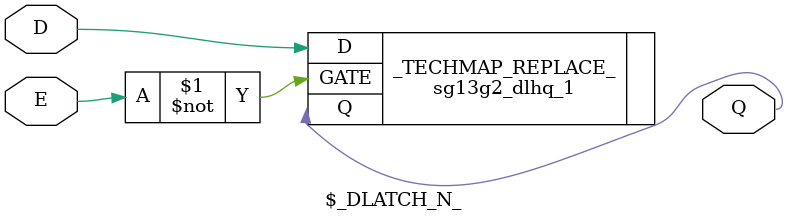
<source format=v>
module $_DLATCH_P_(input E, input D, output Q);
    sg13g2_dlhq_1 _TECHMAP_REPLACE_ (
        .D(D),
        .GATE(E),
        .Q(Q)
        );
endmodule

module $_DLATCH_N_(input E, input D, output Q);
    sg13g2_dlhq_1 _TECHMAP_REPLACE_ (
        .D(D),
        .GATE(~E),
        .Q(Q)
        );
endmodule

</source>
